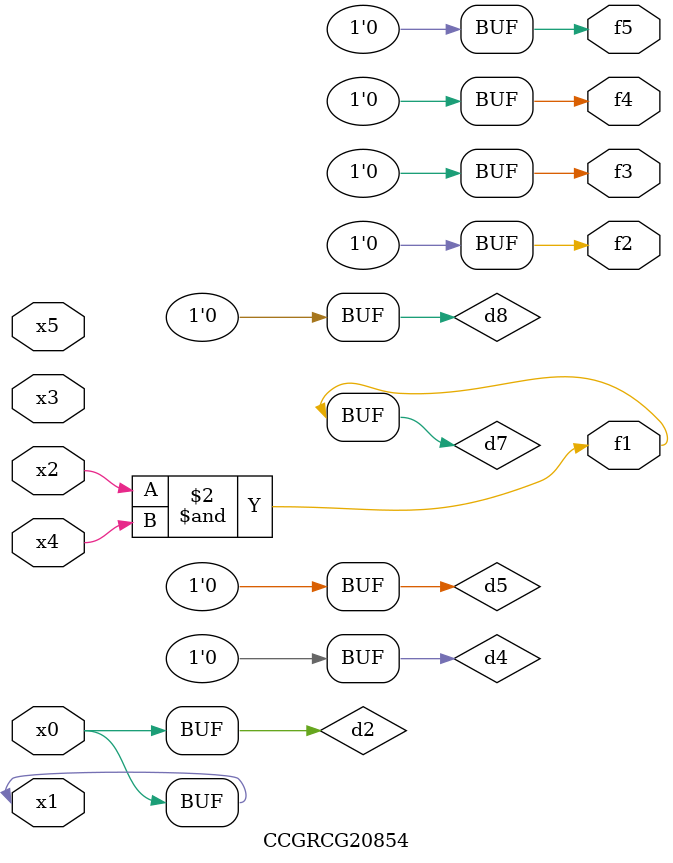
<source format=v>
module CCGRCG20854(
	input x0, x1, x2, x3, x4, x5,
	output f1, f2, f3, f4, f5
);

	wire d1, d2, d3, d4, d5, d6, d7, d8, d9;

	nand (d1, x1);
	buf (d2, x0, x1);
	nand (d3, x2, x4);
	and (d4, d1, d2);
	and (d5, d1, d2);
	nand (d6, d1, d3);
	not (d7, d3);
	xor (d8, d5);
	nor (d9, d5, d6);
	assign f1 = d7;
	assign f2 = d8;
	assign f3 = d8;
	assign f4 = d8;
	assign f5 = d8;
endmodule

</source>
